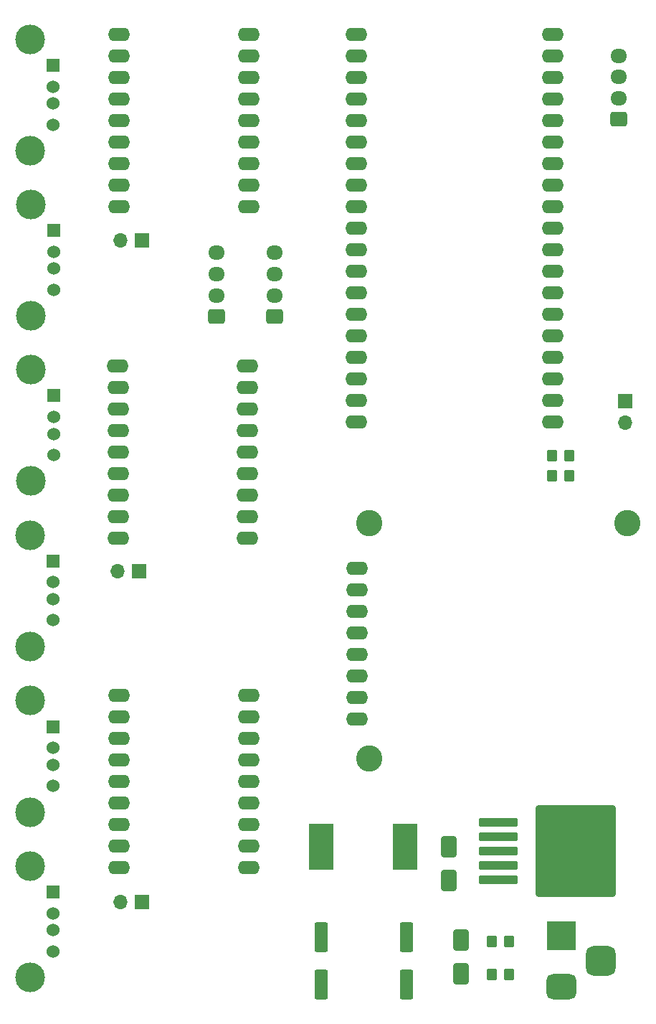
<source format=gts>
G04 #@! TF.GenerationSoftware,KiCad,Pcbnew,8.0.1*
G04 #@! TF.CreationDate,2024-06-05T21:19:13+08:00*
G04 #@! TF.ProjectId,kicad-weight-scale-6-ch,6b696361-642d-4776-9569-6768742d7363,rev?*
G04 #@! TF.SameCoordinates,Original*
G04 #@! TF.FileFunction,Soldermask,Top*
G04 #@! TF.FilePolarity,Negative*
%FSLAX46Y46*%
G04 Gerber Fmt 4.6, Leading zero omitted, Abs format (unit mm)*
G04 Created by KiCad (PCBNEW 8.0.1) date 2024-06-05 21:19:13*
%MOMM*%
%LPD*%
G01*
G04 APERTURE LIST*
G04 Aperture macros list*
%AMRoundRect*
0 Rectangle with rounded corners*
0 $1 Rounding radius*
0 $2 $3 $4 $5 $6 $7 $8 $9 X,Y pos of 4 corners*
0 Add a 4 corners polygon primitive as box body*
4,1,4,$2,$3,$4,$5,$6,$7,$8,$9,$2,$3,0*
0 Add four circle primitives for the rounded corners*
1,1,$1+$1,$2,$3*
1,1,$1+$1,$4,$5*
1,1,$1+$1,$6,$7*
1,1,$1+$1,$8,$9*
0 Add four rect primitives between the rounded corners*
20,1,$1+$1,$2,$3,$4,$5,0*
20,1,$1+$1,$4,$5,$6,$7,0*
20,1,$1+$1,$6,$7,$8,$9,0*
20,1,$1+$1,$8,$9,$2,$3,0*%
G04 Aperture macros list end*
%ADD10RoundRect,0.250000X-0.550000X1.500000X-0.550000X-1.500000X0.550000X-1.500000X0.550000X1.500000X0*%
%ADD11RoundRect,0.250000X-0.650000X1.000000X-0.650000X-1.000000X0.650000X-1.000000X0.650000X1.000000X0*%
%ADD12R,1.700000X1.700000*%
%ADD13O,1.700000X1.700000*%
%ADD14O,2.600000X1.600000*%
%ADD15R,1.524000X1.524000*%
%ADD16C,1.524000*%
%ADD17C,3.500000*%
%ADD18RoundRect,0.250000X-0.350000X-0.450000X0.350000X-0.450000X0.350000X0.450000X-0.350000X0.450000X0*%
%ADD19RoundRect,0.250000X0.350000X0.450000X-0.350000X0.450000X-0.350000X-0.450000X0.350000X-0.450000X0*%
%ADD20RoundRect,0.250000X0.725000X-0.600000X0.725000X0.600000X-0.725000X0.600000X-0.725000X-0.600000X0*%
%ADD21O,1.950000X1.700000*%
%ADD22RoundRect,0.250000X-2.050000X-0.300000X2.050000X-0.300000X2.050000X0.300000X-2.050000X0.300000X0*%
%ADD23RoundRect,0.250002X-4.449998X-5.149998X4.449998X-5.149998X4.449998X5.149998X-4.449998X5.149998X0*%
%ADD24C,3.100000*%
%ADD25R,2.900000X5.400000*%
%ADD26R,3.500000X3.500000*%
%ADD27RoundRect,0.750000X1.000000X-0.750000X1.000000X0.750000X-1.000000X0.750000X-1.000000X-0.750000X0*%
%ADD28RoundRect,0.875000X0.875000X-0.875000X0.875000X0.875000X-0.875000X0.875000X-0.875000X-0.875000X0*%
G04 APERTURE END LIST*
D10*
X154620000Y-143900000D03*
X154620000Y-149500000D03*
D11*
X159620000Y-133200000D03*
X159620000Y-137200000D03*
D12*
X123395000Y-61700000D03*
D13*
X120855000Y-61700000D03*
D14*
X171900000Y-83110000D03*
X171900000Y-80570000D03*
X171900000Y-78030000D03*
X171900000Y-75490000D03*
X171900000Y-72950000D03*
X171900000Y-70410000D03*
X171900000Y-67870000D03*
X171900000Y-65330000D03*
X171900000Y-62790000D03*
X171900000Y-60250000D03*
X171900000Y-57710000D03*
X171900000Y-55170000D03*
X171900000Y-52630000D03*
X171900000Y-50090000D03*
X171900000Y-47550000D03*
X171900000Y-45010000D03*
X171900000Y-42470000D03*
X171900000Y-39930000D03*
X171900000Y-37390000D03*
X148740000Y-37390000D03*
X148740000Y-39930000D03*
X148740000Y-42470000D03*
X148740000Y-45010000D03*
X148740000Y-47550000D03*
X148740000Y-50090000D03*
X148740000Y-52630000D03*
X148740000Y-55170000D03*
X148740000Y-57710000D03*
X148740000Y-60250000D03*
X148740000Y-62790000D03*
X148740000Y-65330000D03*
X148740000Y-67870000D03*
X148740000Y-70410000D03*
X148740000Y-72950000D03*
X148740000Y-75490000D03*
X148740000Y-78030000D03*
X148740000Y-80570000D03*
X148740000Y-83110000D03*
D15*
X112977500Y-60500000D03*
D16*
X112977500Y-63000000D03*
X112977500Y-65000000D03*
X112977500Y-67500000D03*
D17*
X110267500Y-57430000D03*
X110267500Y-70570000D03*
D18*
X171850000Y-89450000D03*
X173850000Y-89450000D03*
D15*
X112960000Y-99500000D03*
D16*
X112960000Y-102000000D03*
X112960000Y-104000000D03*
X112960000Y-106500000D03*
D17*
X110250000Y-96430000D03*
X110250000Y-109570000D03*
D15*
X112960000Y-119050000D03*
D16*
X112960000Y-121550000D03*
X112960000Y-123550000D03*
X112960000Y-126050000D03*
D17*
X110250000Y-115980000D03*
X110250000Y-129120000D03*
D14*
X136000000Y-135700000D03*
X136000000Y-133160000D03*
X136000000Y-130620000D03*
X136000000Y-128080000D03*
X136000000Y-125540000D03*
X136000000Y-123000000D03*
X136000000Y-120460000D03*
X136000000Y-117920000D03*
X136000000Y-115380000D03*
X120680000Y-115380000D03*
X120720000Y-117920000D03*
X120720000Y-120460000D03*
X120720000Y-123000000D03*
X120720000Y-125540000D03*
X120720000Y-128080000D03*
X120720000Y-130620000D03*
X120720000Y-133160000D03*
X120720000Y-135700000D03*
X135880000Y-96820000D03*
X135880000Y-94280000D03*
X135880000Y-91740000D03*
X135880000Y-89200000D03*
X135880000Y-86660000D03*
X135880000Y-84120000D03*
X135880000Y-81580000D03*
X135880000Y-79040000D03*
X135880000Y-76500000D03*
X120560000Y-76500000D03*
X120600000Y-79040000D03*
X120600000Y-81580000D03*
X120600000Y-84120000D03*
X120600000Y-86660000D03*
X120600000Y-89200000D03*
X120600000Y-91740000D03*
X120600000Y-94280000D03*
X120600000Y-96820000D03*
D12*
X123395000Y-139700000D03*
D13*
X120855000Y-139700000D03*
D15*
X112960000Y-138550000D03*
D16*
X112960000Y-141050000D03*
X112960000Y-143050000D03*
X112960000Y-145550000D03*
D17*
X110250000Y-135480000D03*
X110250000Y-148620000D03*
D15*
X112960000Y-41020000D03*
D16*
X112960000Y-43520000D03*
X112960000Y-45520000D03*
X112960000Y-48020000D03*
D17*
X110250000Y-37950000D03*
X110250000Y-51090000D03*
D19*
X166750000Y-148250000D03*
X164750000Y-148250000D03*
D12*
X123120000Y-100700000D03*
D13*
X120580000Y-100700000D03*
D15*
X112977500Y-80000000D03*
D16*
X112977500Y-82500000D03*
X112977500Y-84500000D03*
X112977500Y-87000000D03*
D17*
X110267500Y-76930000D03*
X110267500Y-90070000D03*
D20*
X139050000Y-70650000D03*
D21*
X139050000Y-68150000D03*
X139050000Y-65650000D03*
X139050000Y-63150000D03*
D20*
X179725000Y-47400000D03*
D21*
X179725000Y-44900000D03*
X179725000Y-42400000D03*
X179725000Y-39900000D03*
D22*
X165470000Y-130300000D03*
X165470000Y-132000000D03*
X165470000Y-133700000D03*
D23*
X174620000Y-133700000D03*
D22*
X165470000Y-135400000D03*
X165470000Y-137100000D03*
D24*
X150220000Y-95000000D03*
X150220000Y-122800000D03*
X180720000Y-95000000D03*
D14*
X148780000Y-100340000D03*
X148780000Y-102880000D03*
X148780000Y-105420000D03*
X148780000Y-107960000D03*
X148780000Y-110500000D03*
X148780000Y-113040000D03*
X148780000Y-115580000D03*
X148780000Y-118120000D03*
D11*
X161120000Y-144200000D03*
X161120000Y-148200000D03*
D12*
X180450000Y-80675000D03*
D13*
X180450000Y-83215000D03*
D19*
X173850000Y-87100000D03*
X171850000Y-87100000D03*
D14*
X136000000Y-57660000D03*
X136000000Y-55120000D03*
X136000000Y-52580000D03*
X136000000Y-50040000D03*
X136000000Y-47500000D03*
X136000000Y-44960000D03*
X136000000Y-42420000D03*
X136000000Y-39880000D03*
X136000000Y-37340000D03*
X120680000Y-37340000D03*
X120720000Y-39880000D03*
X120720000Y-42420000D03*
X120720000Y-44960000D03*
X120720000Y-47500000D03*
X120720000Y-50040000D03*
X120720000Y-52580000D03*
X120720000Y-55120000D03*
X120720000Y-57660000D03*
D25*
X154520000Y-133200000D03*
X144620000Y-133200000D03*
D20*
X132200000Y-70650000D03*
D21*
X132200000Y-68150000D03*
X132200000Y-65650000D03*
X132200000Y-63150000D03*
D19*
X166750000Y-144400000D03*
X164750000Y-144400000D03*
D10*
X144620000Y-143900000D03*
X144620000Y-149500000D03*
D26*
X172922500Y-143700000D03*
D27*
X172922500Y-149700000D03*
D28*
X177622500Y-146700000D03*
M02*

</source>
